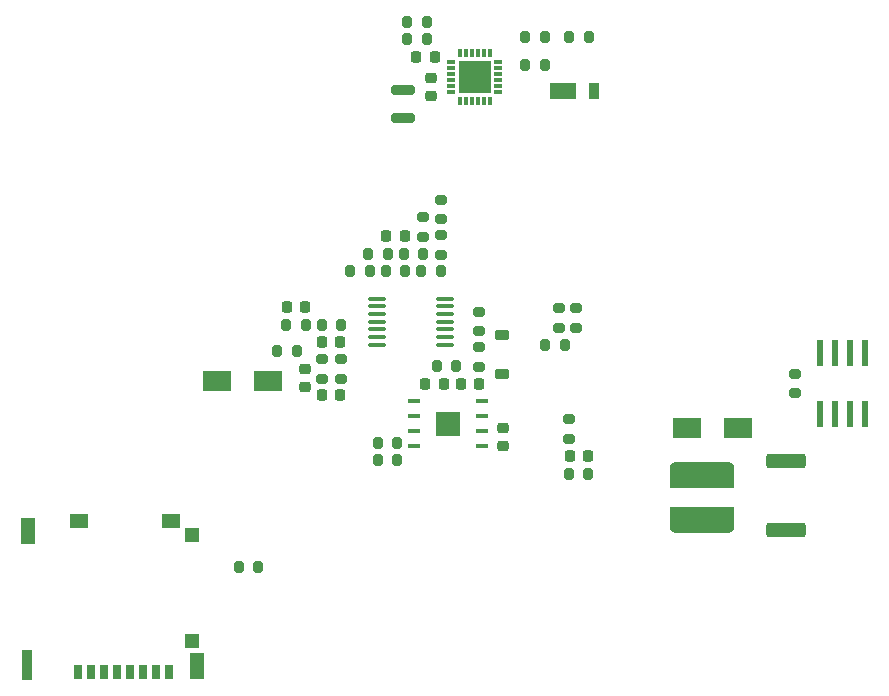
<source format=gbp>
%TF.GenerationSoftware,KiCad,Pcbnew,8.0.4*%
%TF.CreationDate,2024-11-24T13:51:19-08:00*%
%TF.ProjectId,mainboard,6d61696e-626f-4617-9264-2e6b69636164,06c*%
%TF.SameCoordinates,Original*%
%TF.FileFunction,Paste,Bot*%
%TF.FilePolarity,Positive*%
%FSLAX46Y46*%
G04 Gerber Fmt 4.6, Leading zero omitted, Abs format (unit mm)*
G04 Created by KiCad (PCBNEW 8.0.4) date 2024-11-24 13:51:19*
%MOMM*%
%LPD*%
G01*
G04 APERTURE LIST*
G04 Aperture macros list*
%AMRoundRect*
0 Rectangle with rounded corners*
0 $1 Rounding radius*
0 $2 $3 $4 $5 $6 $7 $8 $9 X,Y pos of 4 corners*
0 Add a 4 corners polygon primitive as box body*
4,1,4,$2,$3,$4,$5,$6,$7,$8,$9,$2,$3,0*
0 Add four circle primitives for the rounded corners*
1,1,$1+$1,$2,$3*
1,1,$1+$1,$4,$5*
1,1,$1+$1,$6,$7*
1,1,$1+$1,$8,$9*
0 Add four rect primitives between the rounded corners*
20,1,$1+$1,$2,$3,$4,$5,0*
20,1,$1+$1,$4,$5,$6,$7,0*
20,1,$1+$1,$6,$7,$8,$9,0*
20,1,$1+$1,$8,$9,$2,$3,0*%
%AMFreePoly0*
4,1,17,-1.075000,2.212500,-1.059717,2.339761,-1.006018,2.475934,-0.917570,2.592570,-0.800934,2.681018,-0.664761,2.734717,-0.537500,2.750000,1.075000,2.750000,1.075000,-2.750000,-0.537500,-2.750000,-0.664761,-2.734717,-0.800934,-2.681018,-0.917570,-2.592570,-1.006018,-2.475934,-1.059717,-2.339761,-1.075000,-2.212500,-1.075000,2.212500,-1.075000,2.212500,$1*%
%AMFreePoly1*
4,1,17,-1.075000,2.750000,0.537500,2.750000,0.664761,2.734717,0.800934,2.681018,0.917570,2.592570,1.006018,2.475934,1.059717,2.339761,1.075000,2.212500,1.075000,-2.212500,1.059717,-2.339761,1.006018,-2.475934,0.917570,-2.592570,0.800934,-2.681018,0.664761,-2.734717,0.537500,-2.750000,-1.075000,-2.750000,-1.075000,2.750000,-1.075000,2.750000,$1*%
G04 Aperture macros list end*
%ADD10RoundRect,0.177600X-0.822400X0.222400X-0.822400X-0.222400X0.822400X-0.222400X0.822400X0.222400X0*%
%ADD11FreePoly0,270.000000*%
%ADD12FreePoly1,270.000000*%
%ADD13R,0.800000X1.240000*%
%ADD14R,1.160000X1.200000*%
%ADD15R,0.950000X2.500000*%
%ADD16R,1.150000X2.200000*%
%ADD17R,1.500000X1.150000*%
%ADD18R,1.160000X1.250000*%
%ADD19RoundRect,0.200000X-0.200000X-0.275000X0.200000X-0.275000X0.200000X0.275000X-0.200000X0.275000X0*%
%ADD20R,0.300000X0.800000*%
%ADD21R,0.800000X0.300000*%
%ADD22R,2.800000X2.800000*%
%ADD23RoundRect,0.200000X0.200000X0.275000X-0.200000X0.275000X-0.200000X-0.275000X0.200000X-0.275000X0*%
%ADD24RoundRect,0.225000X0.250000X-0.225000X0.250000X0.225000X-0.250000X0.225000X-0.250000X-0.225000X0*%
%ADD25R,0.900000X1.400000*%
%ADD26R,2.200000X1.400000*%
%ADD27RoundRect,0.200000X0.275000X-0.200000X0.275000X0.200000X-0.275000X0.200000X-0.275000X-0.200000X0*%
%ADD28RoundRect,0.225000X-0.225000X-0.250000X0.225000X-0.250000X0.225000X0.250000X-0.225000X0.250000X0*%
%ADD29RoundRect,0.200000X-0.275000X0.200000X-0.275000X-0.200000X0.275000X-0.200000X0.275000X0.200000X0*%
%ADD30RoundRect,0.225000X0.225000X0.250000X-0.225000X0.250000X-0.225000X-0.250000X0.225000X-0.250000X0*%
%ADD31R,2.350000X1.700000*%
%ADD32R,0.609600X2.209800*%
%ADD33RoundRect,0.250000X-1.425000X0.362500X-1.425000X-0.362500X1.425000X-0.362500X1.425000X0.362500X0*%
%ADD34RoundRect,0.100000X-0.637500X-0.100000X0.637500X-0.100000X0.637500X0.100000X-0.637500X0.100000X0*%
%ADD35R,1.050000X0.450000*%
%ADD36R,2.100000X2.100000*%
%ADD37RoundRect,0.225000X-0.250000X0.225000X-0.250000X-0.225000X0.250000X-0.225000X0.250000X0.225000X0*%
%ADD38RoundRect,0.225000X-0.375000X0.225000X-0.375000X-0.225000X0.375000X-0.225000X0.375000X0.225000X0*%
G04 APERTURE END LIST*
D10*
X146300000Y-67400000D03*
X146300000Y-69800000D03*
D11*
X171600000Y-99975000D03*
D12*
X171600000Y-103825000D03*
D13*
X118816800Y-116677200D03*
X119916800Y-116677200D03*
X121016800Y-116677200D03*
X122116800Y-116677200D03*
X123216800Y-116677200D03*
X124316800Y-116677200D03*
X125416800Y-116677200D03*
X126516800Y-116677200D03*
D14*
X128456800Y-105047200D03*
D15*
X114471800Y-116047200D03*
D16*
X128861800Y-116197200D03*
X114571800Y-104717200D03*
D17*
X118876800Y-103922200D03*
X126656800Y-103922200D03*
D18*
X128456800Y-114047200D03*
D19*
X146700000Y-61604600D03*
X148350000Y-61604600D03*
D20*
X151150000Y-64294000D03*
X151650000Y-64294000D03*
X152150000Y-64294000D03*
X152650000Y-64294000D03*
X153150000Y-64294000D03*
X153650000Y-64294000D03*
D21*
X154400000Y-65044000D03*
X154400000Y-65544000D03*
X154400000Y-66044000D03*
X154400000Y-66544000D03*
X154400000Y-67044000D03*
X154400000Y-67544000D03*
D20*
X153650000Y-68294000D03*
X153150000Y-68294000D03*
X152650000Y-68294000D03*
X152150000Y-68294000D03*
X151650000Y-68294000D03*
X151150000Y-68294000D03*
D21*
X150400000Y-67544000D03*
X150400000Y-67044000D03*
X150400000Y-66544000D03*
X150400000Y-66044000D03*
X150400000Y-65544000D03*
X150400000Y-65044000D03*
D22*
X152400000Y-66294000D03*
D23*
X158305000Y-65278000D03*
X156655000Y-65278000D03*
D24*
X148666200Y-67900000D03*
X148666200Y-66350000D03*
D23*
X162038800Y-62941200D03*
X160388800Y-62941200D03*
D19*
X156655000Y-62941200D03*
X158305000Y-62941200D03*
D23*
X148350000Y-63075000D03*
X146700000Y-63075000D03*
D25*
X162461000Y-67500500D03*
D26*
X159911000Y-67500500D03*
D23*
X134075000Y-107750000D03*
X132425000Y-107750000D03*
D27*
X161000000Y-87525000D03*
X161000000Y-85875000D03*
X159500000Y-87525000D03*
X159500000Y-85875000D03*
X152750000Y-87825000D03*
X152750000Y-86175000D03*
D19*
X149175000Y-90750000D03*
X150825000Y-90750000D03*
D23*
X149525000Y-82750000D03*
X147875000Y-82750000D03*
X146525000Y-82750000D03*
X144875000Y-82750000D03*
D27*
X179500000Y-93075000D03*
X179500000Y-91425000D03*
D23*
X143525000Y-82750000D03*
X141875000Y-82750000D03*
D28*
X144925000Y-79750000D03*
X146475000Y-79750000D03*
D19*
X144175000Y-97250000D03*
X145825000Y-97250000D03*
D29*
X149500000Y-79675000D03*
X149500000Y-81325000D03*
X160400000Y-95275000D03*
X160400000Y-96925000D03*
X141045000Y-90175000D03*
X141045000Y-91825000D03*
D23*
X161990000Y-99900000D03*
X160340000Y-99900000D03*
D28*
X148225000Y-92250000D03*
X149775000Y-92250000D03*
D19*
X158375000Y-89000000D03*
X160025000Y-89000000D03*
D30*
X152775000Y-92250000D03*
X151225000Y-92250000D03*
D28*
X136475000Y-85750000D03*
X138025000Y-85750000D03*
D19*
X135675000Y-89500000D03*
X137325000Y-89500000D03*
D28*
X139475000Y-88750000D03*
X141025000Y-88750000D03*
D19*
X136425000Y-87250000D03*
X138075000Y-87250000D03*
D31*
X174650000Y-96012000D03*
X170350000Y-96012000D03*
D27*
X139500000Y-91825000D03*
X139500000Y-90175000D03*
D19*
X139425000Y-87250000D03*
X141075000Y-87250000D03*
D28*
X139475000Y-93250000D03*
X141025000Y-93250000D03*
D23*
X145025000Y-81250000D03*
X143375000Y-81250000D03*
D32*
X181595000Y-89633800D03*
X182865000Y-89633800D03*
X184135000Y-89633800D03*
X185405000Y-89633800D03*
X185405000Y-94866200D03*
X184135000Y-94866200D03*
X182865000Y-94866200D03*
X181595000Y-94866200D03*
D29*
X149500000Y-76675000D03*
X149500000Y-78325000D03*
D28*
X147450000Y-64575000D03*
X149000000Y-64575000D03*
D33*
X178765200Y-98764500D03*
X178765200Y-104689500D03*
D34*
X144137500Y-88950000D03*
X144137500Y-88300000D03*
X144137500Y-87650000D03*
X144137500Y-87000000D03*
X144137500Y-86350000D03*
X144137500Y-85700000D03*
X144137500Y-85050000D03*
X149862500Y-85050000D03*
X149862500Y-85700000D03*
X149862500Y-86350000D03*
X149862500Y-87000000D03*
X149862500Y-87650000D03*
X149862500Y-88300000D03*
X149862500Y-88950000D03*
D35*
X147285000Y-97560000D03*
X147285000Y-96290000D03*
X147285000Y-95020000D03*
X147285000Y-93750000D03*
X152985000Y-93750000D03*
X152985000Y-95020000D03*
X152985000Y-96290000D03*
X152985000Y-97560000D03*
D36*
X150135000Y-95655000D03*
D31*
X134900000Y-92000000D03*
X130600000Y-92000000D03*
D23*
X148025000Y-81250000D03*
X146375000Y-81250000D03*
D37*
X138000000Y-90975000D03*
X138000000Y-92525000D03*
D29*
X152750000Y-89175000D03*
X152750000Y-90825000D03*
X148000000Y-78175000D03*
X148000000Y-79825000D03*
D23*
X145825000Y-98750000D03*
X144175000Y-98750000D03*
D38*
X154700000Y-88150000D03*
X154700000Y-91450000D03*
D24*
X154750000Y-97525000D03*
X154750000Y-95975000D03*
D28*
X160425000Y-98400000D03*
X161975000Y-98400000D03*
M02*

</source>
